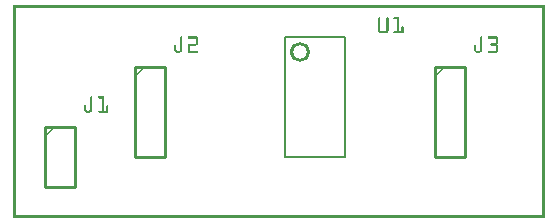
<source format=gto>
G04 MADE WITH FRITZING*
G04 WWW.FRITZING.ORG*
G04 DOUBLE SIDED*
G04 HOLES PLATED*
G04 CONTOUR ON CENTER OF CONTOUR VECTOR*
%ASAXBY*%
%FSLAX23Y23*%
%MOIN*%
%OFA0B0*%
%SFA1.0B1.0*%
%ADD10C,0.066567X0.046567*%
%ADD11C,0.010000*%
%ADD12C,0.008000*%
%ADD13R,0.001000X0.001000*%
%LNSILK1*%
G90*
G70*
G54D10*
X955Y555D03*
G54D11*
X105Y305D02*
X105Y105D01*
D02*
X105Y105D02*
X205Y105D01*
D02*
X205Y105D02*
X205Y305D01*
D02*
X205Y305D02*
X105Y305D01*
D02*
X1405Y505D02*
X1405Y205D01*
D02*
X1405Y205D02*
X1505Y205D01*
D02*
X1505Y205D02*
X1505Y505D01*
D02*
X1505Y505D02*
X1405Y505D01*
D02*
X405Y505D02*
X405Y205D01*
D02*
X405Y205D02*
X505Y205D01*
D02*
X505Y205D02*
X505Y505D01*
D02*
X505Y505D02*
X405Y505D01*
G54D12*
D02*
X1105Y605D02*
X1105Y205D01*
D02*
X1105Y605D02*
X945Y605D01*
D02*
X1105Y205D02*
X905Y205D01*
D02*
X905Y605D02*
X905Y205D01*
D02*
X905Y605D02*
X945Y605D01*
D02*
X945Y605D02*
X965Y605D01*
G54D13*
X0Y709D02*
X1770Y709D01*
X0Y708D02*
X1770Y708D01*
X0Y707D02*
X1770Y707D01*
X0Y706D02*
X1770Y706D01*
X0Y705D02*
X1770Y705D01*
X0Y704D02*
X1770Y704D01*
X0Y703D02*
X1770Y703D01*
X0Y702D02*
X1770Y702D01*
X0Y701D02*
X7Y701D01*
X1763Y701D02*
X1770Y701D01*
X0Y700D02*
X7Y700D01*
X1763Y700D02*
X1770Y700D01*
X0Y699D02*
X7Y699D01*
X1763Y699D02*
X1770Y699D01*
X0Y698D02*
X7Y698D01*
X1763Y698D02*
X1770Y698D01*
X0Y697D02*
X7Y697D01*
X1763Y697D02*
X1770Y697D01*
X0Y696D02*
X7Y696D01*
X1763Y696D02*
X1770Y696D01*
X0Y695D02*
X7Y695D01*
X1763Y695D02*
X1770Y695D01*
X0Y694D02*
X7Y694D01*
X1763Y694D02*
X1770Y694D01*
X0Y693D02*
X7Y693D01*
X1763Y693D02*
X1770Y693D01*
X0Y692D02*
X7Y692D01*
X1763Y692D02*
X1770Y692D01*
X0Y691D02*
X7Y691D01*
X1763Y691D02*
X1770Y691D01*
X0Y690D02*
X7Y690D01*
X1763Y690D02*
X1770Y690D01*
X0Y689D02*
X7Y689D01*
X1763Y689D02*
X1770Y689D01*
X0Y688D02*
X7Y688D01*
X1763Y688D02*
X1770Y688D01*
X0Y687D02*
X7Y687D01*
X1763Y687D02*
X1770Y687D01*
X0Y686D02*
X7Y686D01*
X1763Y686D02*
X1770Y686D01*
X0Y685D02*
X7Y685D01*
X1763Y685D02*
X1770Y685D01*
X0Y684D02*
X7Y684D01*
X1763Y684D02*
X1770Y684D01*
X0Y683D02*
X7Y683D01*
X1763Y683D02*
X1770Y683D01*
X0Y682D02*
X7Y682D01*
X1763Y682D02*
X1770Y682D01*
X0Y681D02*
X7Y681D01*
X1763Y681D02*
X1770Y681D01*
X0Y680D02*
X7Y680D01*
X1763Y680D02*
X1770Y680D01*
X0Y679D02*
X7Y679D01*
X1763Y679D02*
X1770Y679D01*
X0Y678D02*
X7Y678D01*
X1763Y678D02*
X1770Y678D01*
X0Y677D02*
X7Y677D01*
X1763Y677D02*
X1770Y677D01*
X0Y676D02*
X7Y676D01*
X1763Y676D02*
X1770Y676D01*
X0Y675D02*
X7Y675D01*
X1763Y675D02*
X1770Y675D01*
X0Y674D02*
X7Y674D01*
X1763Y674D02*
X1770Y674D01*
X0Y673D02*
X7Y673D01*
X1763Y673D02*
X1770Y673D01*
X0Y672D02*
X7Y672D01*
X1763Y672D02*
X1770Y672D01*
X0Y671D02*
X7Y671D01*
X1763Y671D02*
X1770Y671D01*
X0Y670D02*
X7Y670D01*
X1763Y670D02*
X1770Y670D01*
X0Y669D02*
X7Y669D01*
X1218Y669D02*
X1220Y669D01*
X1246Y669D02*
X1248Y669D01*
X1268Y669D02*
X1286Y669D01*
X1763Y669D02*
X1770Y669D01*
X0Y668D02*
X7Y668D01*
X1217Y668D02*
X1222Y668D01*
X1245Y668D02*
X1249Y668D01*
X1267Y668D02*
X1286Y668D01*
X1763Y668D02*
X1770Y668D01*
X0Y667D02*
X7Y667D01*
X1217Y667D02*
X1222Y667D01*
X1244Y667D02*
X1250Y667D01*
X1267Y667D02*
X1286Y667D01*
X1763Y667D02*
X1770Y667D01*
X0Y666D02*
X7Y666D01*
X1216Y666D02*
X1222Y666D01*
X1244Y666D02*
X1250Y666D01*
X1266Y666D02*
X1286Y666D01*
X1763Y666D02*
X1770Y666D01*
X0Y665D02*
X7Y665D01*
X1216Y665D02*
X1222Y665D01*
X1244Y665D02*
X1250Y665D01*
X1267Y665D02*
X1286Y665D01*
X1763Y665D02*
X1770Y665D01*
X0Y664D02*
X7Y664D01*
X1216Y664D02*
X1222Y664D01*
X1244Y664D02*
X1250Y664D01*
X1267Y664D02*
X1286Y664D01*
X1763Y664D02*
X1770Y664D01*
X0Y663D02*
X7Y663D01*
X1216Y663D02*
X1222Y663D01*
X1244Y663D02*
X1250Y663D01*
X1268Y663D02*
X1286Y663D01*
X1763Y663D02*
X1770Y663D01*
X0Y662D02*
X7Y662D01*
X1216Y662D02*
X1222Y662D01*
X1244Y662D02*
X1250Y662D01*
X1280Y662D02*
X1286Y662D01*
X1763Y662D02*
X1770Y662D01*
X0Y661D02*
X7Y661D01*
X1216Y661D02*
X1222Y661D01*
X1244Y661D02*
X1250Y661D01*
X1280Y661D02*
X1286Y661D01*
X1763Y661D02*
X1770Y661D01*
X0Y660D02*
X7Y660D01*
X1216Y660D02*
X1222Y660D01*
X1244Y660D02*
X1250Y660D01*
X1280Y660D02*
X1286Y660D01*
X1763Y660D02*
X1770Y660D01*
X0Y659D02*
X7Y659D01*
X1216Y659D02*
X1222Y659D01*
X1244Y659D02*
X1250Y659D01*
X1280Y659D02*
X1286Y659D01*
X1763Y659D02*
X1770Y659D01*
X0Y658D02*
X7Y658D01*
X1216Y658D02*
X1222Y658D01*
X1244Y658D02*
X1250Y658D01*
X1280Y658D02*
X1286Y658D01*
X1763Y658D02*
X1770Y658D01*
X0Y657D02*
X7Y657D01*
X1216Y657D02*
X1222Y657D01*
X1244Y657D02*
X1250Y657D01*
X1280Y657D02*
X1286Y657D01*
X1763Y657D02*
X1770Y657D01*
X0Y656D02*
X7Y656D01*
X1216Y656D02*
X1222Y656D01*
X1244Y656D02*
X1250Y656D01*
X1280Y656D02*
X1286Y656D01*
X1763Y656D02*
X1770Y656D01*
X0Y655D02*
X7Y655D01*
X1216Y655D02*
X1222Y655D01*
X1244Y655D02*
X1250Y655D01*
X1280Y655D02*
X1286Y655D01*
X1763Y655D02*
X1770Y655D01*
X0Y654D02*
X7Y654D01*
X1216Y654D02*
X1222Y654D01*
X1244Y654D02*
X1250Y654D01*
X1280Y654D02*
X1286Y654D01*
X1763Y654D02*
X1770Y654D01*
X0Y653D02*
X7Y653D01*
X1216Y653D02*
X1222Y653D01*
X1244Y653D02*
X1250Y653D01*
X1280Y653D02*
X1286Y653D01*
X1763Y653D02*
X1770Y653D01*
X0Y652D02*
X7Y652D01*
X1216Y652D02*
X1222Y652D01*
X1244Y652D02*
X1250Y652D01*
X1280Y652D02*
X1286Y652D01*
X1763Y652D02*
X1770Y652D01*
X0Y651D02*
X7Y651D01*
X1216Y651D02*
X1222Y651D01*
X1244Y651D02*
X1250Y651D01*
X1280Y651D02*
X1286Y651D01*
X1763Y651D02*
X1770Y651D01*
X0Y650D02*
X7Y650D01*
X1216Y650D02*
X1222Y650D01*
X1244Y650D02*
X1250Y650D01*
X1280Y650D02*
X1286Y650D01*
X1763Y650D02*
X1770Y650D01*
X0Y649D02*
X7Y649D01*
X1216Y649D02*
X1222Y649D01*
X1244Y649D02*
X1250Y649D01*
X1280Y649D02*
X1286Y649D01*
X1763Y649D02*
X1770Y649D01*
X0Y648D02*
X7Y648D01*
X1216Y648D02*
X1222Y648D01*
X1244Y648D02*
X1250Y648D01*
X1280Y648D02*
X1286Y648D01*
X1763Y648D02*
X1770Y648D01*
X0Y647D02*
X7Y647D01*
X1216Y647D02*
X1222Y647D01*
X1244Y647D02*
X1250Y647D01*
X1280Y647D02*
X1286Y647D01*
X1763Y647D02*
X1770Y647D01*
X0Y646D02*
X7Y646D01*
X1216Y646D02*
X1222Y646D01*
X1244Y646D02*
X1250Y646D01*
X1280Y646D02*
X1286Y646D01*
X1763Y646D02*
X1770Y646D01*
X0Y645D02*
X7Y645D01*
X1216Y645D02*
X1222Y645D01*
X1244Y645D02*
X1250Y645D01*
X1280Y645D02*
X1286Y645D01*
X1763Y645D02*
X1770Y645D01*
X0Y644D02*
X7Y644D01*
X1216Y644D02*
X1222Y644D01*
X1244Y644D02*
X1250Y644D01*
X1280Y644D02*
X1286Y644D01*
X1763Y644D02*
X1770Y644D01*
X0Y643D02*
X7Y643D01*
X1216Y643D02*
X1222Y643D01*
X1244Y643D02*
X1250Y643D01*
X1280Y643D02*
X1286Y643D01*
X1763Y643D02*
X1770Y643D01*
X0Y642D02*
X7Y642D01*
X1216Y642D02*
X1222Y642D01*
X1244Y642D02*
X1250Y642D01*
X1280Y642D02*
X1286Y642D01*
X1763Y642D02*
X1770Y642D01*
X0Y641D02*
X7Y641D01*
X1216Y641D02*
X1222Y641D01*
X1244Y641D02*
X1250Y641D01*
X1280Y641D02*
X1286Y641D01*
X1763Y641D02*
X1770Y641D01*
X0Y640D02*
X7Y640D01*
X1216Y640D02*
X1222Y640D01*
X1244Y640D02*
X1250Y640D01*
X1280Y640D02*
X1286Y640D01*
X1763Y640D02*
X1770Y640D01*
X0Y639D02*
X7Y639D01*
X1216Y639D02*
X1222Y639D01*
X1244Y639D02*
X1250Y639D01*
X1280Y639D02*
X1286Y639D01*
X1295Y639D02*
X1299Y639D01*
X1763Y639D02*
X1770Y639D01*
X0Y638D02*
X7Y638D01*
X1216Y638D02*
X1222Y638D01*
X1244Y638D02*
X1250Y638D01*
X1280Y638D02*
X1286Y638D01*
X1294Y638D02*
X1300Y638D01*
X1763Y638D02*
X1770Y638D01*
X0Y637D02*
X7Y637D01*
X1216Y637D02*
X1222Y637D01*
X1244Y637D02*
X1250Y637D01*
X1280Y637D02*
X1286Y637D01*
X1294Y637D02*
X1300Y637D01*
X1763Y637D02*
X1770Y637D01*
X0Y636D02*
X7Y636D01*
X1216Y636D02*
X1222Y636D01*
X1244Y636D02*
X1250Y636D01*
X1280Y636D02*
X1286Y636D01*
X1294Y636D02*
X1300Y636D01*
X1763Y636D02*
X1770Y636D01*
X0Y635D02*
X7Y635D01*
X1216Y635D02*
X1222Y635D01*
X1244Y635D02*
X1250Y635D01*
X1280Y635D02*
X1286Y635D01*
X1294Y635D02*
X1300Y635D01*
X1763Y635D02*
X1770Y635D01*
X0Y634D02*
X7Y634D01*
X1216Y634D02*
X1222Y634D01*
X1244Y634D02*
X1250Y634D01*
X1280Y634D02*
X1286Y634D01*
X1294Y634D02*
X1300Y634D01*
X1763Y634D02*
X1770Y634D01*
X0Y633D02*
X7Y633D01*
X1216Y633D02*
X1222Y633D01*
X1244Y633D02*
X1250Y633D01*
X1280Y633D02*
X1286Y633D01*
X1294Y633D02*
X1300Y633D01*
X1763Y633D02*
X1770Y633D01*
X0Y632D02*
X7Y632D01*
X1216Y632D02*
X1222Y632D01*
X1244Y632D02*
X1250Y632D01*
X1280Y632D02*
X1286Y632D01*
X1294Y632D02*
X1300Y632D01*
X1763Y632D02*
X1770Y632D01*
X0Y631D02*
X7Y631D01*
X1216Y631D02*
X1222Y631D01*
X1244Y631D02*
X1250Y631D01*
X1280Y631D02*
X1286Y631D01*
X1294Y631D02*
X1300Y631D01*
X1763Y631D02*
X1770Y631D01*
X0Y630D02*
X7Y630D01*
X1216Y630D02*
X1222Y630D01*
X1244Y630D02*
X1250Y630D01*
X1280Y630D02*
X1286Y630D01*
X1294Y630D02*
X1300Y630D01*
X1763Y630D02*
X1770Y630D01*
X0Y629D02*
X7Y629D01*
X1216Y629D02*
X1222Y629D01*
X1244Y629D02*
X1250Y629D01*
X1280Y629D02*
X1286Y629D01*
X1294Y629D02*
X1300Y629D01*
X1763Y629D02*
X1770Y629D01*
X0Y628D02*
X7Y628D01*
X1216Y628D02*
X1222Y628D01*
X1244Y628D02*
X1250Y628D01*
X1280Y628D02*
X1286Y628D01*
X1294Y628D02*
X1300Y628D01*
X1763Y628D02*
X1770Y628D01*
X0Y627D02*
X7Y627D01*
X1216Y627D02*
X1222Y627D01*
X1244Y627D02*
X1250Y627D01*
X1280Y627D02*
X1286Y627D01*
X1294Y627D02*
X1300Y627D01*
X1763Y627D02*
X1770Y627D01*
X0Y626D02*
X7Y626D01*
X1216Y626D02*
X1222Y626D01*
X1244Y626D02*
X1250Y626D01*
X1280Y626D02*
X1286Y626D01*
X1294Y626D02*
X1300Y626D01*
X1763Y626D02*
X1770Y626D01*
X0Y625D02*
X7Y625D01*
X1216Y625D02*
X1223Y625D01*
X1244Y625D02*
X1250Y625D01*
X1280Y625D02*
X1286Y625D01*
X1294Y625D02*
X1300Y625D01*
X1763Y625D02*
X1770Y625D01*
X0Y624D02*
X7Y624D01*
X1217Y624D02*
X1223Y624D01*
X1243Y624D02*
X1250Y624D01*
X1280Y624D02*
X1286Y624D01*
X1294Y624D02*
X1300Y624D01*
X1763Y624D02*
X1770Y624D01*
X0Y623D02*
X7Y623D01*
X1217Y623D02*
X1224Y623D01*
X1242Y623D02*
X1250Y623D01*
X1280Y623D02*
X1286Y623D01*
X1294Y623D02*
X1300Y623D01*
X1763Y623D02*
X1770Y623D01*
X0Y622D02*
X7Y622D01*
X1217Y622D02*
X1249Y622D01*
X1268Y622D02*
X1300Y622D01*
X1763Y622D02*
X1770Y622D01*
X0Y621D02*
X7Y621D01*
X1218Y621D02*
X1249Y621D01*
X1267Y621D02*
X1300Y621D01*
X1763Y621D02*
X1770Y621D01*
X0Y620D02*
X7Y620D01*
X1218Y620D02*
X1248Y620D01*
X1267Y620D02*
X1300Y620D01*
X1763Y620D02*
X1770Y620D01*
X0Y619D02*
X7Y619D01*
X1219Y619D02*
X1247Y619D01*
X1266Y619D02*
X1300Y619D01*
X1763Y619D02*
X1770Y619D01*
X0Y618D02*
X7Y618D01*
X1220Y618D02*
X1246Y618D01*
X1266Y618D02*
X1300Y618D01*
X1763Y618D02*
X1770Y618D01*
X0Y617D02*
X7Y617D01*
X1221Y617D02*
X1245Y617D01*
X1267Y617D02*
X1299Y617D01*
X1763Y617D02*
X1770Y617D01*
X0Y616D02*
X7Y616D01*
X1223Y616D02*
X1243Y616D01*
X1268Y616D02*
X1298Y616D01*
X1763Y616D02*
X1770Y616D01*
X0Y615D02*
X7Y615D01*
X1763Y615D02*
X1770Y615D01*
X0Y614D02*
X7Y614D01*
X1763Y614D02*
X1770Y614D01*
X0Y613D02*
X7Y613D01*
X1763Y613D02*
X1770Y613D01*
X0Y612D02*
X7Y612D01*
X1763Y612D02*
X1770Y612D01*
X0Y611D02*
X7Y611D01*
X1763Y611D02*
X1770Y611D01*
X0Y610D02*
X7Y610D01*
X1763Y610D02*
X1770Y610D01*
X0Y609D02*
X7Y609D01*
X1763Y609D02*
X1770Y609D01*
X0Y608D02*
X7Y608D01*
X1763Y608D02*
X1770Y608D01*
X0Y607D02*
X7Y607D01*
X1763Y607D02*
X1770Y607D01*
X0Y606D02*
X7Y606D01*
X1763Y606D02*
X1770Y606D01*
X0Y605D02*
X7Y605D01*
X558Y605D02*
X561Y605D01*
X584Y605D02*
X612Y605D01*
X1558Y605D02*
X1561Y605D01*
X1584Y605D02*
X1611Y605D01*
X1763Y605D02*
X1770Y605D01*
X0Y604D02*
X7Y604D01*
X557Y604D02*
X562Y604D01*
X583Y604D02*
X613Y604D01*
X1557Y604D02*
X1562Y604D01*
X1583Y604D02*
X1613Y604D01*
X1763Y604D02*
X1770Y604D01*
X0Y603D02*
X7Y603D01*
X557Y603D02*
X563Y603D01*
X583Y603D02*
X614Y603D01*
X1557Y603D02*
X1562Y603D01*
X1582Y603D02*
X1614Y603D01*
X1763Y603D02*
X1770Y603D01*
X0Y602D02*
X7Y602D01*
X557Y602D02*
X563Y602D01*
X583Y602D02*
X615Y602D01*
X1556Y602D02*
X1562Y602D01*
X1582Y602D02*
X1615Y602D01*
X1763Y602D02*
X1770Y602D01*
X0Y601D02*
X7Y601D01*
X557Y601D02*
X563Y601D01*
X583Y601D02*
X616Y601D01*
X1556Y601D02*
X1562Y601D01*
X1582Y601D02*
X1615Y601D01*
X1763Y601D02*
X1770Y601D01*
X0Y600D02*
X7Y600D01*
X557Y600D02*
X563Y600D01*
X583Y600D02*
X616Y600D01*
X1556Y600D02*
X1562Y600D01*
X1583Y600D02*
X1616Y600D01*
X1763Y600D02*
X1770Y600D01*
X0Y599D02*
X7Y599D01*
X557Y599D02*
X563Y599D01*
X584Y599D02*
X616Y599D01*
X1556Y599D02*
X1562Y599D01*
X1584Y599D02*
X1616Y599D01*
X1763Y599D02*
X1770Y599D01*
X0Y598D02*
X7Y598D01*
X557Y598D02*
X563Y598D01*
X610Y598D02*
X616Y598D01*
X1556Y598D02*
X1562Y598D01*
X1610Y598D02*
X1616Y598D01*
X1763Y598D02*
X1770Y598D01*
X0Y597D02*
X7Y597D01*
X557Y597D02*
X563Y597D01*
X610Y597D02*
X616Y597D01*
X1556Y597D02*
X1562Y597D01*
X1610Y597D02*
X1616Y597D01*
X1763Y597D02*
X1770Y597D01*
X0Y596D02*
X7Y596D01*
X557Y596D02*
X563Y596D01*
X610Y596D02*
X616Y596D01*
X1556Y596D02*
X1562Y596D01*
X1610Y596D02*
X1616Y596D01*
X1763Y596D02*
X1770Y596D01*
X0Y595D02*
X7Y595D01*
X557Y595D02*
X563Y595D01*
X610Y595D02*
X616Y595D01*
X1556Y595D02*
X1562Y595D01*
X1610Y595D02*
X1616Y595D01*
X1763Y595D02*
X1770Y595D01*
X0Y594D02*
X7Y594D01*
X557Y594D02*
X563Y594D01*
X610Y594D02*
X616Y594D01*
X1556Y594D02*
X1562Y594D01*
X1610Y594D02*
X1616Y594D01*
X1763Y594D02*
X1770Y594D01*
X0Y593D02*
X7Y593D01*
X557Y593D02*
X563Y593D01*
X610Y593D02*
X616Y593D01*
X1556Y593D02*
X1562Y593D01*
X1610Y593D02*
X1616Y593D01*
X1763Y593D02*
X1770Y593D01*
X0Y592D02*
X7Y592D01*
X557Y592D02*
X563Y592D01*
X610Y592D02*
X616Y592D01*
X1556Y592D02*
X1562Y592D01*
X1610Y592D02*
X1616Y592D01*
X1763Y592D02*
X1770Y592D01*
X0Y591D02*
X7Y591D01*
X557Y591D02*
X563Y591D01*
X610Y591D02*
X616Y591D01*
X1556Y591D02*
X1562Y591D01*
X1610Y591D02*
X1616Y591D01*
X1763Y591D02*
X1770Y591D01*
X0Y590D02*
X7Y590D01*
X557Y590D02*
X563Y590D01*
X610Y590D02*
X616Y590D01*
X1556Y590D02*
X1562Y590D01*
X1610Y590D02*
X1616Y590D01*
X1763Y590D02*
X1770Y590D01*
X0Y589D02*
X7Y589D01*
X557Y589D02*
X563Y589D01*
X610Y589D02*
X616Y589D01*
X1556Y589D02*
X1562Y589D01*
X1610Y589D02*
X1616Y589D01*
X1763Y589D02*
X1770Y589D01*
X0Y588D02*
X7Y588D01*
X557Y588D02*
X563Y588D01*
X610Y588D02*
X616Y588D01*
X1556Y588D02*
X1562Y588D01*
X1610Y588D02*
X1616Y588D01*
X1763Y588D02*
X1770Y588D01*
X0Y587D02*
X7Y587D01*
X557Y587D02*
X563Y587D01*
X610Y587D02*
X616Y587D01*
X1556Y587D02*
X1562Y587D01*
X1610Y587D02*
X1616Y587D01*
X1763Y587D02*
X1770Y587D01*
X0Y586D02*
X7Y586D01*
X557Y586D02*
X563Y586D01*
X610Y586D02*
X616Y586D01*
X1556Y586D02*
X1562Y586D01*
X1610Y586D02*
X1616Y586D01*
X1763Y586D02*
X1770Y586D01*
X0Y585D02*
X7Y585D01*
X557Y585D02*
X563Y585D01*
X610Y585D02*
X616Y585D01*
X1556Y585D02*
X1562Y585D01*
X1610Y585D02*
X1616Y585D01*
X1763Y585D02*
X1770Y585D01*
X0Y584D02*
X7Y584D01*
X557Y584D02*
X563Y584D01*
X610Y584D02*
X616Y584D01*
X1556Y584D02*
X1562Y584D01*
X1609Y584D02*
X1616Y584D01*
X1763Y584D02*
X1770Y584D01*
X0Y583D02*
X7Y583D01*
X557Y583D02*
X563Y583D01*
X610Y583D02*
X616Y583D01*
X1556Y583D02*
X1562Y583D01*
X1609Y583D02*
X1615Y583D01*
X1763Y583D02*
X1770Y583D01*
X0Y582D02*
X7Y582D01*
X557Y582D02*
X563Y582D01*
X610Y582D02*
X616Y582D01*
X1556Y582D02*
X1562Y582D01*
X1593Y582D02*
X1615Y582D01*
X1763Y582D02*
X1770Y582D01*
X0Y581D02*
X7Y581D01*
X557Y581D02*
X563Y581D01*
X586Y581D02*
X616Y581D01*
X1556Y581D02*
X1562Y581D01*
X1590Y581D02*
X1615Y581D01*
X1763Y581D02*
X1770Y581D01*
X0Y580D02*
X7Y580D01*
X557Y580D02*
X563Y580D01*
X585Y580D02*
X616Y580D01*
X1556Y580D02*
X1562Y580D01*
X1589Y580D02*
X1614Y580D01*
X1763Y580D02*
X1770Y580D01*
X0Y579D02*
X7Y579D01*
X557Y579D02*
X563Y579D01*
X584Y579D02*
X615Y579D01*
X1556Y579D02*
X1562Y579D01*
X1589Y579D02*
X1613Y579D01*
X1763Y579D02*
X1770Y579D01*
X0Y578D02*
X7Y578D01*
X557Y578D02*
X563Y578D01*
X583Y578D02*
X615Y578D01*
X1556Y578D02*
X1562Y578D01*
X1589Y578D02*
X1613Y578D01*
X1763Y578D02*
X1770Y578D01*
X0Y577D02*
X7Y577D01*
X557Y577D02*
X563Y577D01*
X583Y577D02*
X614Y577D01*
X1556Y577D02*
X1562Y577D01*
X1589Y577D02*
X1614Y577D01*
X1763Y577D02*
X1770Y577D01*
X0Y576D02*
X7Y576D01*
X539Y576D02*
X539Y576D01*
X557Y576D02*
X563Y576D01*
X583Y576D02*
X613Y576D01*
X1539Y576D02*
X1539Y576D01*
X1556Y576D02*
X1562Y576D01*
X1590Y576D02*
X1615Y576D01*
X1763Y576D02*
X1770Y576D01*
X0Y575D02*
X7Y575D01*
X537Y575D02*
X541Y575D01*
X557Y575D02*
X563Y575D01*
X583Y575D02*
X609Y575D01*
X1537Y575D02*
X1541Y575D01*
X1556Y575D02*
X1562Y575D01*
X1593Y575D02*
X1615Y575D01*
X1763Y575D02*
X1770Y575D01*
X0Y574D02*
X7Y574D01*
X536Y574D02*
X542Y574D01*
X557Y574D02*
X563Y574D01*
X583Y574D02*
X589Y574D01*
X1536Y574D02*
X1541Y574D01*
X1556Y574D02*
X1562Y574D01*
X1609Y574D02*
X1615Y574D01*
X1763Y574D02*
X1770Y574D01*
X0Y573D02*
X7Y573D01*
X536Y573D02*
X542Y573D01*
X557Y573D02*
X563Y573D01*
X583Y573D02*
X589Y573D01*
X1536Y573D02*
X1542Y573D01*
X1556Y573D02*
X1562Y573D01*
X1609Y573D02*
X1616Y573D01*
X1763Y573D02*
X1770Y573D01*
X0Y572D02*
X7Y572D01*
X536Y572D02*
X542Y572D01*
X557Y572D02*
X563Y572D01*
X583Y572D02*
X589Y572D01*
X1536Y572D02*
X1542Y572D01*
X1556Y572D02*
X1562Y572D01*
X1610Y572D02*
X1616Y572D01*
X1763Y572D02*
X1770Y572D01*
X0Y571D02*
X7Y571D01*
X536Y571D02*
X542Y571D01*
X557Y571D02*
X563Y571D01*
X583Y571D02*
X589Y571D01*
X1536Y571D02*
X1542Y571D01*
X1556Y571D02*
X1562Y571D01*
X1610Y571D02*
X1616Y571D01*
X1763Y571D02*
X1770Y571D01*
X0Y570D02*
X7Y570D01*
X536Y570D02*
X542Y570D01*
X557Y570D02*
X563Y570D01*
X583Y570D02*
X589Y570D01*
X1536Y570D02*
X1542Y570D01*
X1556Y570D02*
X1562Y570D01*
X1610Y570D02*
X1616Y570D01*
X1763Y570D02*
X1770Y570D01*
X0Y569D02*
X7Y569D01*
X536Y569D02*
X542Y569D01*
X557Y569D02*
X563Y569D01*
X583Y569D02*
X589Y569D01*
X1536Y569D02*
X1542Y569D01*
X1556Y569D02*
X1562Y569D01*
X1610Y569D02*
X1616Y569D01*
X1763Y569D02*
X1770Y569D01*
X0Y568D02*
X7Y568D01*
X536Y568D02*
X542Y568D01*
X557Y568D02*
X563Y568D01*
X583Y568D02*
X589Y568D01*
X1536Y568D02*
X1542Y568D01*
X1556Y568D02*
X1562Y568D01*
X1610Y568D02*
X1616Y568D01*
X1763Y568D02*
X1770Y568D01*
X0Y567D02*
X7Y567D01*
X536Y567D02*
X542Y567D01*
X557Y567D02*
X563Y567D01*
X583Y567D02*
X589Y567D01*
X1536Y567D02*
X1542Y567D01*
X1556Y567D02*
X1562Y567D01*
X1610Y567D02*
X1616Y567D01*
X1763Y567D02*
X1770Y567D01*
X0Y566D02*
X7Y566D01*
X536Y566D02*
X542Y566D01*
X557Y566D02*
X563Y566D01*
X583Y566D02*
X589Y566D01*
X1536Y566D02*
X1542Y566D01*
X1556Y566D02*
X1562Y566D01*
X1610Y566D02*
X1616Y566D01*
X1763Y566D02*
X1770Y566D01*
X0Y565D02*
X7Y565D01*
X536Y565D02*
X542Y565D01*
X557Y565D02*
X563Y565D01*
X583Y565D02*
X589Y565D01*
X1536Y565D02*
X1542Y565D01*
X1556Y565D02*
X1562Y565D01*
X1610Y565D02*
X1616Y565D01*
X1763Y565D02*
X1770Y565D01*
X0Y564D02*
X7Y564D01*
X536Y564D02*
X542Y564D01*
X557Y564D02*
X563Y564D01*
X583Y564D02*
X589Y564D01*
X1536Y564D02*
X1542Y564D01*
X1556Y564D02*
X1562Y564D01*
X1610Y564D02*
X1616Y564D01*
X1763Y564D02*
X1770Y564D01*
X0Y563D02*
X7Y563D01*
X536Y563D02*
X542Y563D01*
X557Y563D02*
X563Y563D01*
X583Y563D02*
X589Y563D01*
X1536Y563D02*
X1542Y563D01*
X1556Y563D02*
X1562Y563D01*
X1610Y563D02*
X1616Y563D01*
X1763Y563D02*
X1770Y563D01*
X0Y562D02*
X7Y562D01*
X536Y562D02*
X542Y562D01*
X557Y562D02*
X563Y562D01*
X583Y562D02*
X589Y562D01*
X1536Y562D02*
X1542Y562D01*
X1556Y562D02*
X1562Y562D01*
X1610Y562D02*
X1616Y562D01*
X1763Y562D02*
X1770Y562D01*
X0Y561D02*
X7Y561D01*
X536Y561D02*
X542Y561D01*
X557Y561D02*
X563Y561D01*
X583Y561D02*
X589Y561D01*
X1536Y561D02*
X1542Y561D01*
X1556Y561D02*
X1562Y561D01*
X1610Y561D02*
X1616Y561D01*
X1763Y561D02*
X1770Y561D01*
X0Y560D02*
X7Y560D01*
X536Y560D02*
X543Y560D01*
X556Y560D02*
X563Y560D01*
X583Y560D02*
X589Y560D01*
X1536Y560D02*
X1542Y560D01*
X1556Y560D02*
X1562Y560D01*
X1610Y560D02*
X1616Y560D01*
X1763Y560D02*
X1770Y560D01*
X0Y559D02*
X7Y559D01*
X536Y559D02*
X544Y559D01*
X555Y559D02*
X562Y559D01*
X583Y559D02*
X589Y559D01*
X1536Y559D02*
X1543Y559D01*
X1555Y559D02*
X1562Y559D01*
X1610Y559D02*
X1616Y559D01*
X1763Y559D02*
X1770Y559D01*
X0Y558D02*
X7Y558D01*
X537Y558D02*
X562Y558D01*
X583Y558D02*
X614Y558D01*
X1536Y558D02*
X1562Y558D01*
X1584Y558D02*
X1616Y558D01*
X1763Y558D02*
X1770Y558D01*
X0Y557D02*
X7Y557D01*
X537Y557D02*
X561Y557D01*
X583Y557D02*
X615Y557D01*
X1537Y557D02*
X1561Y557D01*
X1583Y557D02*
X1616Y557D01*
X1763Y557D02*
X1770Y557D01*
X0Y556D02*
X7Y556D01*
X538Y556D02*
X561Y556D01*
X583Y556D02*
X616Y556D01*
X1538Y556D02*
X1560Y556D01*
X1582Y556D02*
X1615Y556D01*
X1763Y556D02*
X1770Y556D01*
X0Y555D02*
X7Y555D01*
X539Y555D02*
X560Y555D01*
X583Y555D02*
X616Y555D01*
X1538Y555D02*
X1560Y555D01*
X1582Y555D02*
X1615Y555D01*
X1763Y555D02*
X1770Y555D01*
X0Y554D02*
X7Y554D01*
X540Y554D02*
X559Y554D01*
X583Y554D02*
X616Y554D01*
X1539Y554D02*
X1559Y554D01*
X1582Y554D02*
X1614Y554D01*
X1763Y554D02*
X1770Y554D01*
X0Y553D02*
X7Y553D01*
X541Y553D02*
X558Y553D01*
X583Y553D02*
X616Y553D01*
X1541Y553D02*
X1557Y553D01*
X1583Y553D02*
X1613Y553D01*
X1763Y553D02*
X1770Y553D01*
X0Y552D02*
X7Y552D01*
X543Y552D02*
X556Y552D01*
X583Y552D02*
X614Y552D01*
X1543Y552D02*
X1555Y552D01*
X1584Y552D02*
X1612Y552D01*
X1763Y552D02*
X1770Y552D01*
X0Y551D02*
X7Y551D01*
X1763Y551D02*
X1770Y551D01*
X0Y550D02*
X7Y550D01*
X1763Y550D02*
X1770Y550D01*
X0Y549D02*
X7Y549D01*
X1763Y549D02*
X1770Y549D01*
X0Y548D02*
X7Y548D01*
X1763Y548D02*
X1770Y548D01*
X0Y547D02*
X7Y547D01*
X1763Y547D02*
X1770Y547D01*
X0Y546D02*
X7Y546D01*
X1763Y546D02*
X1770Y546D01*
X0Y545D02*
X7Y545D01*
X1763Y545D02*
X1770Y545D01*
X0Y544D02*
X7Y544D01*
X1763Y544D02*
X1770Y544D01*
X0Y543D02*
X7Y543D01*
X1763Y543D02*
X1770Y543D01*
X0Y542D02*
X7Y542D01*
X1763Y542D02*
X1770Y542D01*
X0Y541D02*
X7Y541D01*
X1763Y541D02*
X1770Y541D01*
X0Y540D02*
X7Y540D01*
X1763Y540D02*
X1770Y540D01*
X0Y539D02*
X7Y539D01*
X1763Y539D02*
X1770Y539D01*
X0Y538D02*
X7Y538D01*
X1763Y538D02*
X1770Y538D01*
X0Y537D02*
X7Y537D01*
X1763Y537D02*
X1770Y537D01*
X0Y536D02*
X7Y536D01*
X1763Y536D02*
X1770Y536D01*
X0Y535D02*
X7Y535D01*
X1763Y535D02*
X1770Y535D01*
X0Y534D02*
X7Y534D01*
X1763Y534D02*
X1770Y534D01*
X0Y533D02*
X7Y533D01*
X1763Y533D02*
X1770Y533D01*
X0Y532D02*
X7Y532D01*
X1763Y532D02*
X1770Y532D01*
X0Y531D02*
X7Y531D01*
X1763Y531D02*
X1770Y531D01*
X0Y530D02*
X7Y530D01*
X1763Y530D02*
X1770Y530D01*
X0Y529D02*
X7Y529D01*
X1763Y529D02*
X1770Y529D01*
X0Y528D02*
X7Y528D01*
X1763Y528D02*
X1770Y528D01*
X0Y527D02*
X7Y527D01*
X1763Y527D02*
X1770Y527D01*
X0Y526D02*
X7Y526D01*
X1763Y526D02*
X1770Y526D01*
X0Y525D02*
X7Y525D01*
X1763Y525D02*
X1770Y525D01*
X0Y524D02*
X7Y524D01*
X1763Y524D02*
X1770Y524D01*
X0Y523D02*
X7Y523D01*
X1763Y523D02*
X1770Y523D01*
X0Y522D02*
X7Y522D01*
X1763Y522D02*
X1770Y522D01*
X0Y521D02*
X7Y521D01*
X1763Y521D02*
X1770Y521D01*
X0Y520D02*
X7Y520D01*
X1763Y520D02*
X1770Y520D01*
X0Y519D02*
X7Y519D01*
X1763Y519D02*
X1770Y519D01*
X0Y518D02*
X7Y518D01*
X1763Y518D02*
X1770Y518D01*
X0Y517D02*
X7Y517D01*
X1763Y517D02*
X1770Y517D01*
X0Y516D02*
X7Y516D01*
X1763Y516D02*
X1770Y516D01*
X0Y515D02*
X7Y515D01*
X1763Y515D02*
X1770Y515D01*
X0Y514D02*
X7Y514D01*
X1763Y514D02*
X1770Y514D01*
X0Y513D02*
X7Y513D01*
X1763Y513D02*
X1770Y513D01*
X0Y512D02*
X7Y512D01*
X1763Y512D02*
X1770Y512D01*
X0Y511D02*
X7Y511D01*
X1763Y511D02*
X1770Y511D01*
X0Y510D02*
X7Y510D01*
X1763Y510D02*
X1770Y510D01*
X0Y509D02*
X7Y509D01*
X1763Y509D02*
X1770Y509D01*
X0Y508D02*
X7Y508D01*
X1763Y508D02*
X1770Y508D01*
X0Y507D02*
X7Y507D01*
X438Y507D02*
X438Y507D01*
X1437Y507D02*
X1437Y507D01*
X1763Y507D02*
X1770Y507D01*
X0Y506D02*
X7Y506D01*
X437Y506D02*
X439Y506D01*
X1436Y506D02*
X1438Y506D01*
X1763Y506D02*
X1770Y506D01*
X0Y505D02*
X7Y505D01*
X436Y505D02*
X440Y505D01*
X1435Y505D02*
X1439Y505D01*
X1763Y505D02*
X1770Y505D01*
X0Y504D02*
X7Y504D01*
X435Y504D02*
X440Y504D01*
X1434Y504D02*
X1440Y504D01*
X1763Y504D02*
X1770Y504D01*
X0Y503D02*
X7Y503D01*
X434Y503D02*
X440Y503D01*
X1433Y503D02*
X1439Y503D01*
X1763Y503D02*
X1770Y503D01*
X0Y502D02*
X7Y502D01*
X433Y502D02*
X439Y502D01*
X1432Y502D02*
X1438Y502D01*
X1763Y502D02*
X1770Y502D01*
X0Y501D02*
X7Y501D01*
X432Y501D02*
X438Y501D01*
X1431Y501D02*
X1437Y501D01*
X1763Y501D02*
X1770Y501D01*
X0Y500D02*
X7Y500D01*
X431Y500D02*
X437Y500D01*
X1430Y500D02*
X1436Y500D01*
X1763Y500D02*
X1770Y500D01*
X0Y499D02*
X7Y499D01*
X430Y499D02*
X436Y499D01*
X1429Y499D02*
X1435Y499D01*
X1763Y499D02*
X1770Y499D01*
X0Y498D02*
X7Y498D01*
X429Y498D02*
X435Y498D01*
X1428Y498D02*
X1434Y498D01*
X1763Y498D02*
X1770Y498D01*
X0Y497D02*
X7Y497D01*
X428Y497D02*
X434Y497D01*
X1427Y497D02*
X1433Y497D01*
X1763Y497D02*
X1770Y497D01*
X0Y496D02*
X7Y496D01*
X427Y496D02*
X433Y496D01*
X1426Y496D02*
X1432Y496D01*
X1763Y496D02*
X1770Y496D01*
X0Y495D02*
X7Y495D01*
X426Y495D02*
X432Y495D01*
X1425Y495D02*
X1431Y495D01*
X1763Y495D02*
X1770Y495D01*
X0Y494D02*
X7Y494D01*
X425Y494D02*
X431Y494D01*
X1424Y494D02*
X1430Y494D01*
X1763Y494D02*
X1770Y494D01*
X0Y493D02*
X7Y493D01*
X424Y493D02*
X430Y493D01*
X1423Y493D02*
X1429Y493D01*
X1763Y493D02*
X1770Y493D01*
X0Y492D02*
X7Y492D01*
X423Y492D02*
X429Y492D01*
X1422Y492D02*
X1428Y492D01*
X1763Y492D02*
X1770Y492D01*
X0Y491D02*
X7Y491D01*
X422Y491D02*
X428Y491D01*
X1421Y491D02*
X1427Y491D01*
X1763Y491D02*
X1770Y491D01*
X0Y490D02*
X7Y490D01*
X420Y490D02*
X426Y490D01*
X1420Y490D02*
X1426Y490D01*
X1763Y490D02*
X1770Y490D01*
X0Y489D02*
X7Y489D01*
X419Y489D02*
X425Y489D01*
X1419Y489D02*
X1425Y489D01*
X1763Y489D02*
X1770Y489D01*
X0Y488D02*
X7Y488D01*
X418Y488D02*
X424Y488D01*
X1418Y488D02*
X1424Y488D01*
X1763Y488D02*
X1770Y488D01*
X0Y487D02*
X7Y487D01*
X417Y487D02*
X423Y487D01*
X1417Y487D02*
X1422Y487D01*
X1763Y487D02*
X1770Y487D01*
X0Y486D02*
X7Y486D01*
X416Y486D02*
X422Y486D01*
X1416Y486D02*
X1422Y486D01*
X1763Y486D02*
X1770Y486D01*
X0Y485D02*
X7Y485D01*
X415Y485D02*
X421Y485D01*
X1415Y485D02*
X1421Y485D01*
X1763Y485D02*
X1770Y485D01*
X0Y484D02*
X7Y484D01*
X414Y484D02*
X420Y484D01*
X1414Y484D02*
X1420Y484D01*
X1763Y484D02*
X1770Y484D01*
X0Y483D02*
X7Y483D01*
X413Y483D02*
X419Y483D01*
X1413Y483D02*
X1419Y483D01*
X1763Y483D02*
X1770Y483D01*
X0Y482D02*
X7Y482D01*
X412Y482D02*
X419Y482D01*
X1412Y482D02*
X1418Y482D01*
X1763Y482D02*
X1770Y482D01*
X0Y481D02*
X7Y481D01*
X411Y481D02*
X418Y481D01*
X1411Y481D02*
X1417Y481D01*
X1763Y481D02*
X1770Y481D01*
X0Y480D02*
X7Y480D01*
X410Y480D02*
X417Y480D01*
X1410Y480D02*
X1416Y480D01*
X1763Y480D02*
X1770Y480D01*
X0Y479D02*
X7Y479D01*
X409Y479D02*
X416Y479D01*
X1409Y479D02*
X1415Y479D01*
X1763Y479D02*
X1770Y479D01*
X0Y478D02*
X7Y478D01*
X408Y478D02*
X415Y478D01*
X1408Y478D02*
X1414Y478D01*
X1763Y478D02*
X1770Y478D01*
X0Y477D02*
X7Y477D01*
X407Y477D02*
X414Y477D01*
X1407Y477D02*
X1413Y477D01*
X1763Y477D02*
X1770Y477D01*
X0Y476D02*
X7Y476D01*
X406Y476D02*
X413Y476D01*
X1406Y476D02*
X1412Y476D01*
X1763Y476D02*
X1770Y476D01*
X0Y475D02*
X7Y475D01*
X405Y475D02*
X412Y475D01*
X1405Y475D02*
X1411Y475D01*
X1763Y475D02*
X1770Y475D01*
X0Y474D02*
X7Y474D01*
X404Y474D02*
X411Y474D01*
X1404Y474D02*
X1410Y474D01*
X1763Y474D02*
X1770Y474D01*
X0Y473D02*
X7Y473D01*
X403Y473D02*
X410Y473D01*
X1403Y473D02*
X1409Y473D01*
X1763Y473D02*
X1770Y473D01*
X0Y472D02*
X7Y472D01*
X404Y472D02*
X409Y472D01*
X1403Y472D02*
X1408Y472D01*
X1763Y472D02*
X1770Y472D01*
X0Y471D02*
X7Y471D01*
X405Y471D02*
X408Y471D01*
X1404Y471D02*
X1407Y471D01*
X1763Y471D02*
X1770Y471D01*
X0Y470D02*
X7Y470D01*
X406Y470D02*
X407Y470D01*
X1405Y470D02*
X1406Y470D01*
X1763Y470D02*
X1770Y470D01*
X0Y469D02*
X7Y469D01*
X1763Y469D02*
X1770Y469D01*
X0Y468D02*
X7Y468D01*
X1763Y468D02*
X1770Y468D01*
X0Y467D02*
X7Y467D01*
X1763Y467D02*
X1770Y467D01*
X0Y466D02*
X7Y466D01*
X1763Y466D02*
X1770Y466D01*
X0Y465D02*
X7Y465D01*
X1763Y465D02*
X1770Y465D01*
X0Y464D02*
X7Y464D01*
X1763Y464D02*
X1770Y464D01*
X0Y463D02*
X7Y463D01*
X1763Y463D02*
X1770Y463D01*
X0Y462D02*
X7Y462D01*
X1763Y462D02*
X1770Y462D01*
X0Y461D02*
X7Y461D01*
X1763Y461D02*
X1770Y461D01*
X0Y460D02*
X7Y460D01*
X1763Y460D02*
X1770Y460D01*
X0Y459D02*
X7Y459D01*
X1763Y459D02*
X1770Y459D01*
X0Y458D02*
X7Y458D01*
X1763Y458D02*
X1770Y458D01*
X0Y457D02*
X7Y457D01*
X1763Y457D02*
X1770Y457D01*
X0Y456D02*
X7Y456D01*
X1763Y456D02*
X1770Y456D01*
X0Y455D02*
X7Y455D01*
X1763Y455D02*
X1770Y455D01*
X0Y454D02*
X7Y454D01*
X1763Y454D02*
X1770Y454D01*
X0Y453D02*
X7Y453D01*
X1763Y453D02*
X1770Y453D01*
X0Y452D02*
X7Y452D01*
X1763Y452D02*
X1770Y452D01*
X0Y451D02*
X7Y451D01*
X1763Y451D02*
X1770Y451D01*
X0Y450D02*
X7Y450D01*
X1763Y450D02*
X1770Y450D01*
X0Y449D02*
X7Y449D01*
X1763Y449D02*
X1770Y449D01*
X0Y448D02*
X7Y448D01*
X1763Y448D02*
X1770Y448D01*
X0Y447D02*
X7Y447D01*
X1763Y447D02*
X1770Y447D01*
X0Y446D02*
X7Y446D01*
X1763Y446D02*
X1770Y446D01*
X0Y445D02*
X7Y445D01*
X1763Y445D02*
X1770Y445D01*
X0Y444D02*
X7Y444D01*
X1763Y444D02*
X1770Y444D01*
X0Y443D02*
X7Y443D01*
X1763Y443D02*
X1770Y443D01*
X0Y442D02*
X7Y442D01*
X1763Y442D02*
X1770Y442D01*
X0Y441D02*
X7Y441D01*
X1763Y441D02*
X1770Y441D01*
X0Y440D02*
X7Y440D01*
X1763Y440D02*
X1770Y440D01*
X0Y439D02*
X7Y439D01*
X1763Y439D02*
X1770Y439D01*
X0Y438D02*
X7Y438D01*
X1763Y438D02*
X1770Y438D01*
X0Y437D02*
X7Y437D01*
X1763Y437D02*
X1770Y437D01*
X0Y436D02*
X7Y436D01*
X1763Y436D02*
X1770Y436D01*
X0Y435D02*
X7Y435D01*
X1763Y435D02*
X1770Y435D01*
X0Y434D02*
X7Y434D01*
X1763Y434D02*
X1770Y434D01*
X0Y433D02*
X7Y433D01*
X1763Y433D02*
X1770Y433D01*
X0Y432D02*
X7Y432D01*
X1763Y432D02*
X1770Y432D01*
X0Y431D02*
X7Y431D01*
X1763Y431D02*
X1770Y431D01*
X0Y430D02*
X7Y430D01*
X1763Y430D02*
X1770Y430D01*
X0Y429D02*
X7Y429D01*
X1763Y429D02*
X1770Y429D01*
X0Y428D02*
X7Y428D01*
X1763Y428D02*
X1770Y428D01*
X0Y427D02*
X7Y427D01*
X1763Y427D02*
X1770Y427D01*
X0Y426D02*
X7Y426D01*
X1763Y426D02*
X1770Y426D01*
X0Y425D02*
X7Y425D01*
X1763Y425D02*
X1770Y425D01*
X0Y424D02*
X7Y424D01*
X1763Y424D02*
X1770Y424D01*
X0Y423D02*
X7Y423D01*
X1763Y423D02*
X1770Y423D01*
X0Y422D02*
X7Y422D01*
X1763Y422D02*
X1770Y422D01*
X0Y421D02*
X7Y421D01*
X1763Y421D02*
X1770Y421D01*
X0Y420D02*
X7Y420D01*
X1763Y420D02*
X1770Y420D01*
X0Y419D02*
X7Y419D01*
X1763Y419D02*
X1770Y419D01*
X0Y418D02*
X7Y418D01*
X1763Y418D02*
X1770Y418D01*
X0Y417D02*
X7Y417D01*
X1763Y417D02*
X1770Y417D01*
X0Y416D02*
X7Y416D01*
X1763Y416D02*
X1770Y416D01*
X0Y415D02*
X7Y415D01*
X1763Y415D02*
X1770Y415D01*
X0Y414D02*
X7Y414D01*
X1763Y414D02*
X1770Y414D01*
X0Y413D02*
X7Y413D01*
X1763Y413D02*
X1770Y413D01*
X0Y412D02*
X7Y412D01*
X1763Y412D02*
X1770Y412D01*
X0Y411D02*
X7Y411D01*
X1763Y411D02*
X1770Y411D01*
X0Y410D02*
X7Y410D01*
X1763Y410D02*
X1770Y410D01*
X0Y409D02*
X7Y409D01*
X1763Y409D02*
X1770Y409D01*
X0Y408D02*
X7Y408D01*
X1763Y408D02*
X1770Y408D01*
X0Y407D02*
X7Y407D01*
X1763Y407D02*
X1770Y407D01*
X0Y406D02*
X7Y406D01*
X1763Y406D02*
X1770Y406D01*
X0Y405D02*
X7Y405D01*
X258Y405D02*
X261Y405D01*
X284Y405D02*
X302Y405D01*
X1763Y405D02*
X1770Y405D01*
X0Y404D02*
X7Y404D01*
X257Y404D02*
X262Y404D01*
X283Y404D02*
X302Y404D01*
X1763Y404D02*
X1770Y404D01*
X0Y403D02*
X7Y403D01*
X257Y403D02*
X263Y403D01*
X283Y403D02*
X302Y403D01*
X1763Y403D02*
X1770Y403D01*
X0Y402D02*
X7Y402D01*
X257Y402D02*
X263Y402D01*
X283Y402D02*
X302Y402D01*
X1763Y402D02*
X1770Y402D01*
X0Y401D02*
X7Y401D01*
X257Y401D02*
X263Y401D01*
X283Y401D02*
X302Y401D01*
X1763Y401D02*
X1770Y401D01*
X0Y400D02*
X7Y400D01*
X257Y400D02*
X263Y400D01*
X284Y400D02*
X302Y400D01*
X1763Y400D02*
X1770Y400D01*
X0Y399D02*
X7Y399D01*
X257Y399D02*
X263Y399D01*
X285Y399D02*
X302Y399D01*
X1763Y399D02*
X1770Y399D01*
X0Y398D02*
X7Y398D01*
X257Y398D02*
X263Y398D01*
X296Y398D02*
X302Y398D01*
X1763Y398D02*
X1770Y398D01*
X0Y397D02*
X7Y397D01*
X257Y397D02*
X263Y397D01*
X296Y397D02*
X302Y397D01*
X1763Y397D02*
X1770Y397D01*
X0Y396D02*
X7Y396D01*
X257Y396D02*
X263Y396D01*
X296Y396D02*
X302Y396D01*
X1763Y396D02*
X1770Y396D01*
X0Y395D02*
X7Y395D01*
X257Y395D02*
X263Y395D01*
X296Y395D02*
X302Y395D01*
X1763Y395D02*
X1770Y395D01*
X0Y394D02*
X7Y394D01*
X257Y394D02*
X263Y394D01*
X296Y394D02*
X302Y394D01*
X1763Y394D02*
X1770Y394D01*
X0Y393D02*
X7Y393D01*
X257Y393D02*
X263Y393D01*
X296Y393D02*
X302Y393D01*
X1763Y393D02*
X1770Y393D01*
X0Y392D02*
X7Y392D01*
X257Y392D02*
X263Y392D01*
X296Y392D02*
X302Y392D01*
X1763Y392D02*
X1770Y392D01*
X0Y391D02*
X7Y391D01*
X257Y391D02*
X263Y391D01*
X296Y391D02*
X302Y391D01*
X1763Y391D02*
X1770Y391D01*
X0Y390D02*
X7Y390D01*
X257Y390D02*
X263Y390D01*
X296Y390D02*
X302Y390D01*
X1763Y390D02*
X1770Y390D01*
X0Y389D02*
X7Y389D01*
X257Y389D02*
X263Y389D01*
X296Y389D02*
X302Y389D01*
X1763Y389D02*
X1770Y389D01*
X0Y388D02*
X7Y388D01*
X257Y388D02*
X263Y388D01*
X296Y388D02*
X302Y388D01*
X1763Y388D02*
X1770Y388D01*
X0Y387D02*
X7Y387D01*
X257Y387D02*
X263Y387D01*
X296Y387D02*
X302Y387D01*
X1763Y387D02*
X1770Y387D01*
X0Y386D02*
X7Y386D01*
X257Y386D02*
X263Y386D01*
X296Y386D02*
X302Y386D01*
X1763Y386D02*
X1770Y386D01*
X0Y385D02*
X7Y385D01*
X257Y385D02*
X263Y385D01*
X296Y385D02*
X302Y385D01*
X1763Y385D02*
X1770Y385D01*
X0Y384D02*
X7Y384D01*
X257Y384D02*
X263Y384D01*
X296Y384D02*
X302Y384D01*
X1763Y384D02*
X1770Y384D01*
X0Y383D02*
X7Y383D01*
X257Y383D02*
X263Y383D01*
X296Y383D02*
X302Y383D01*
X1763Y383D02*
X1770Y383D01*
X0Y382D02*
X7Y382D01*
X257Y382D02*
X263Y382D01*
X296Y382D02*
X302Y382D01*
X1763Y382D02*
X1770Y382D01*
X0Y381D02*
X7Y381D01*
X257Y381D02*
X263Y381D01*
X296Y381D02*
X302Y381D01*
X1763Y381D02*
X1770Y381D01*
X0Y380D02*
X7Y380D01*
X257Y380D02*
X263Y380D01*
X296Y380D02*
X302Y380D01*
X1763Y380D02*
X1770Y380D01*
X0Y379D02*
X7Y379D01*
X257Y379D02*
X263Y379D01*
X296Y379D02*
X302Y379D01*
X1763Y379D02*
X1770Y379D01*
X0Y378D02*
X7Y378D01*
X257Y378D02*
X263Y378D01*
X296Y378D02*
X302Y378D01*
X1763Y378D02*
X1770Y378D01*
X0Y377D02*
X7Y377D01*
X257Y377D02*
X263Y377D01*
X296Y377D02*
X302Y377D01*
X1763Y377D02*
X1770Y377D01*
X0Y376D02*
X7Y376D01*
X238Y376D02*
X240Y376D01*
X257Y376D02*
X263Y376D01*
X296Y376D02*
X302Y376D01*
X312Y376D02*
X314Y376D01*
X1763Y376D02*
X1770Y376D01*
X0Y375D02*
X7Y375D01*
X237Y375D02*
X241Y375D01*
X257Y375D02*
X263Y375D01*
X296Y375D02*
X302Y375D01*
X311Y375D02*
X315Y375D01*
X1763Y375D02*
X1770Y375D01*
X0Y374D02*
X7Y374D01*
X236Y374D02*
X242Y374D01*
X257Y374D02*
X263Y374D01*
X296Y374D02*
X302Y374D01*
X310Y374D02*
X316Y374D01*
X1763Y374D02*
X1770Y374D01*
X0Y373D02*
X7Y373D01*
X236Y373D02*
X242Y373D01*
X257Y373D02*
X263Y373D01*
X296Y373D02*
X302Y373D01*
X310Y373D02*
X316Y373D01*
X1763Y373D02*
X1770Y373D01*
X0Y372D02*
X7Y372D01*
X236Y372D02*
X242Y372D01*
X257Y372D02*
X263Y372D01*
X296Y372D02*
X302Y372D01*
X310Y372D02*
X316Y372D01*
X1763Y372D02*
X1770Y372D01*
X0Y371D02*
X7Y371D01*
X236Y371D02*
X242Y371D01*
X257Y371D02*
X263Y371D01*
X296Y371D02*
X302Y371D01*
X310Y371D02*
X316Y371D01*
X1763Y371D02*
X1770Y371D01*
X0Y370D02*
X7Y370D01*
X236Y370D02*
X242Y370D01*
X257Y370D02*
X263Y370D01*
X296Y370D02*
X302Y370D01*
X310Y370D02*
X316Y370D01*
X1763Y370D02*
X1770Y370D01*
X0Y369D02*
X7Y369D01*
X236Y369D02*
X242Y369D01*
X257Y369D02*
X263Y369D01*
X296Y369D02*
X302Y369D01*
X310Y369D02*
X316Y369D01*
X1763Y369D02*
X1770Y369D01*
X0Y368D02*
X7Y368D01*
X236Y368D02*
X242Y368D01*
X257Y368D02*
X263Y368D01*
X296Y368D02*
X302Y368D01*
X310Y368D02*
X316Y368D01*
X1763Y368D02*
X1770Y368D01*
X0Y367D02*
X7Y367D01*
X236Y367D02*
X242Y367D01*
X257Y367D02*
X263Y367D01*
X296Y367D02*
X302Y367D01*
X310Y367D02*
X316Y367D01*
X1763Y367D02*
X1770Y367D01*
X0Y366D02*
X7Y366D01*
X236Y366D02*
X242Y366D01*
X257Y366D02*
X263Y366D01*
X296Y366D02*
X302Y366D01*
X310Y366D02*
X316Y366D01*
X1763Y366D02*
X1770Y366D01*
X0Y365D02*
X7Y365D01*
X236Y365D02*
X242Y365D01*
X257Y365D02*
X263Y365D01*
X296Y365D02*
X302Y365D01*
X310Y365D02*
X316Y365D01*
X1763Y365D02*
X1770Y365D01*
X0Y364D02*
X7Y364D01*
X236Y364D02*
X242Y364D01*
X257Y364D02*
X263Y364D01*
X296Y364D02*
X302Y364D01*
X310Y364D02*
X316Y364D01*
X1763Y364D02*
X1770Y364D01*
X0Y363D02*
X7Y363D01*
X236Y363D02*
X242Y363D01*
X257Y363D02*
X263Y363D01*
X296Y363D02*
X302Y363D01*
X310Y363D02*
X316Y363D01*
X1763Y363D02*
X1770Y363D01*
X0Y362D02*
X7Y362D01*
X236Y362D02*
X242Y362D01*
X257Y362D02*
X263Y362D01*
X296Y362D02*
X302Y362D01*
X310Y362D02*
X316Y362D01*
X1763Y362D02*
X1770Y362D01*
X0Y361D02*
X7Y361D01*
X236Y361D02*
X242Y361D01*
X256Y361D02*
X263Y361D01*
X296Y361D02*
X302Y361D01*
X310Y361D02*
X316Y361D01*
X1763Y361D02*
X1770Y361D01*
X0Y360D02*
X7Y360D01*
X236Y360D02*
X243Y360D01*
X256Y360D02*
X262Y360D01*
X296Y360D02*
X302Y360D01*
X310Y360D02*
X316Y360D01*
X1763Y360D02*
X1770Y360D01*
X0Y359D02*
X7Y359D01*
X236Y359D02*
X244Y359D01*
X254Y359D02*
X262Y359D01*
X296Y359D02*
X302Y359D01*
X310Y359D02*
X316Y359D01*
X1763Y359D02*
X1770Y359D01*
X0Y358D02*
X7Y358D01*
X237Y358D02*
X262Y358D01*
X284Y358D02*
X316Y358D01*
X1763Y358D02*
X1770Y358D01*
X0Y357D02*
X7Y357D01*
X237Y357D02*
X261Y357D01*
X283Y357D02*
X316Y357D01*
X1763Y357D02*
X1770Y357D01*
X0Y356D02*
X7Y356D01*
X238Y356D02*
X260Y356D01*
X283Y356D02*
X316Y356D01*
X1763Y356D02*
X1770Y356D01*
X0Y355D02*
X7Y355D01*
X239Y355D02*
X260Y355D01*
X283Y355D02*
X316Y355D01*
X1763Y355D02*
X1770Y355D01*
X0Y354D02*
X7Y354D01*
X240Y354D02*
X258Y354D01*
X283Y354D02*
X316Y354D01*
X1763Y354D02*
X1770Y354D01*
X0Y353D02*
X7Y353D01*
X242Y353D02*
X257Y353D01*
X283Y353D02*
X315Y353D01*
X1763Y353D02*
X1770Y353D01*
X0Y352D02*
X7Y352D01*
X244Y352D02*
X254Y352D01*
X285Y352D02*
X314Y352D01*
X1763Y352D02*
X1770Y352D01*
X0Y351D02*
X7Y351D01*
X1763Y351D02*
X1770Y351D01*
X0Y350D02*
X7Y350D01*
X1763Y350D02*
X1770Y350D01*
X0Y349D02*
X7Y349D01*
X1763Y349D02*
X1770Y349D01*
X0Y348D02*
X7Y348D01*
X1763Y348D02*
X1770Y348D01*
X0Y347D02*
X7Y347D01*
X1763Y347D02*
X1770Y347D01*
X0Y346D02*
X7Y346D01*
X1763Y346D02*
X1770Y346D01*
X0Y345D02*
X7Y345D01*
X1763Y345D02*
X1770Y345D01*
X0Y344D02*
X7Y344D01*
X1763Y344D02*
X1770Y344D01*
X0Y343D02*
X7Y343D01*
X1763Y343D02*
X1770Y343D01*
X0Y342D02*
X7Y342D01*
X1763Y342D02*
X1770Y342D01*
X0Y341D02*
X7Y341D01*
X1763Y341D02*
X1770Y341D01*
X0Y340D02*
X7Y340D01*
X1763Y340D02*
X1770Y340D01*
X0Y339D02*
X7Y339D01*
X1763Y339D02*
X1770Y339D01*
X0Y338D02*
X7Y338D01*
X1763Y338D02*
X1770Y338D01*
X0Y337D02*
X7Y337D01*
X1763Y337D02*
X1770Y337D01*
X0Y336D02*
X7Y336D01*
X1763Y336D02*
X1770Y336D01*
X0Y335D02*
X7Y335D01*
X1763Y335D02*
X1770Y335D01*
X0Y334D02*
X7Y334D01*
X1763Y334D02*
X1770Y334D01*
X0Y333D02*
X7Y333D01*
X1763Y333D02*
X1770Y333D01*
X0Y332D02*
X7Y332D01*
X1763Y332D02*
X1770Y332D01*
X0Y331D02*
X7Y331D01*
X1763Y331D02*
X1770Y331D01*
X0Y330D02*
X7Y330D01*
X1763Y330D02*
X1770Y330D01*
X0Y329D02*
X7Y329D01*
X1763Y329D02*
X1770Y329D01*
X0Y328D02*
X7Y328D01*
X1763Y328D02*
X1770Y328D01*
X0Y327D02*
X7Y327D01*
X1763Y327D02*
X1770Y327D01*
X0Y326D02*
X7Y326D01*
X1763Y326D02*
X1770Y326D01*
X0Y325D02*
X7Y325D01*
X1763Y325D02*
X1770Y325D01*
X0Y324D02*
X7Y324D01*
X1763Y324D02*
X1770Y324D01*
X0Y323D02*
X7Y323D01*
X1763Y323D02*
X1770Y323D01*
X0Y322D02*
X7Y322D01*
X1763Y322D02*
X1770Y322D01*
X0Y321D02*
X7Y321D01*
X1763Y321D02*
X1770Y321D01*
X0Y320D02*
X7Y320D01*
X1763Y320D02*
X1770Y320D01*
X0Y319D02*
X7Y319D01*
X1763Y319D02*
X1770Y319D01*
X0Y318D02*
X7Y318D01*
X1763Y318D02*
X1770Y318D01*
X0Y317D02*
X7Y317D01*
X1763Y317D02*
X1770Y317D01*
X0Y316D02*
X7Y316D01*
X1763Y316D02*
X1770Y316D01*
X0Y315D02*
X7Y315D01*
X1763Y315D02*
X1770Y315D01*
X0Y314D02*
X7Y314D01*
X1763Y314D02*
X1770Y314D01*
X0Y313D02*
X7Y313D01*
X1763Y313D02*
X1770Y313D01*
X0Y312D02*
X7Y312D01*
X1763Y312D02*
X1770Y312D01*
X0Y311D02*
X7Y311D01*
X1763Y311D02*
X1770Y311D01*
X0Y310D02*
X7Y310D01*
X1763Y310D02*
X1770Y310D01*
X0Y309D02*
X7Y309D01*
X1763Y309D02*
X1770Y309D01*
X0Y308D02*
X7Y308D01*
X1763Y308D02*
X1770Y308D01*
X0Y307D02*
X7Y307D01*
X137Y307D02*
X138Y307D01*
X1763Y307D02*
X1770Y307D01*
X0Y306D02*
X7Y306D01*
X136Y306D02*
X139Y306D01*
X1763Y306D02*
X1770Y306D01*
X0Y305D02*
X7Y305D01*
X135Y305D02*
X140Y305D01*
X1763Y305D02*
X1770Y305D01*
X0Y304D02*
X7Y304D01*
X134Y304D02*
X140Y304D01*
X1763Y304D02*
X1770Y304D01*
X0Y303D02*
X7Y303D01*
X133Y303D02*
X139Y303D01*
X1763Y303D02*
X1770Y303D01*
X0Y302D02*
X7Y302D01*
X132Y302D02*
X138Y302D01*
X1763Y302D02*
X1770Y302D01*
X0Y301D02*
X7Y301D01*
X131Y301D02*
X137Y301D01*
X1763Y301D02*
X1770Y301D01*
X0Y300D02*
X7Y300D01*
X130Y300D02*
X136Y300D01*
X1763Y300D02*
X1770Y300D01*
X0Y299D02*
X7Y299D01*
X129Y299D02*
X135Y299D01*
X1763Y299D02*
X1770Y299D01*
X0Y298D02*
X7Y298D01*
X128Y298D02*
X134Y298D01*
X1763Y298D02*
X1770Y298D01*
X0Y297D02*
X7Y297D01*
X127Y297D02*
X133Y297D01*
X1763Y297D02*
X1770Y297D01*
X0Y296D02*
X7Y296D01*
X126Y296D02*
X132Y296D01*
X1763Y296D02*
X1770Y296D01*
X0Y295D02*
X7Y295D01*
X125Y295D02*
X131Y295D01*
X1763Y295D02*
X1770Y295D01*
X0Y294D02*
X7Y294D01*
X124Y294D02*
X130Y294D01*
X1763Y294D02*
X1770Y294D01*
X0Y293D02*
X7Y293D01*
X123Y293D02*
X129Y293D01*
X1763Y293D02*
X1770Y293D01*
X0Y292D02*
X7Y292D01*
X122Y292D02*
X128Y292D01*
X1763Y292D02*
X1770Y292D01*
X0Y291D02*
X7Y291D01*
X121Y291D02*
X127Y291D01*
X1763Y291D02*
X1770Y291D01*
X0Y290D02*
X7Y290D01*
X120Y290D02*
X126Y290D01*
X1763Y290D02*
X1770Y290D01*
X0Y289D02*
X7Y289D01*
X119Y289D02*
X125Y289D01*
X1763Y289D02*
X1770Y289D01*
X0Y288D02*
X7Y288D01*
X118Y288D02*
X123Y288D01*
X1763Y288D02*
X1770Y288D01*
X0Y287D02*
X7Y287D01*
X117Y287D02*
X122Y287D01*
X1763Y287D02*
X1770Y287D01*
X0Y286D02*
X7Y286D01*
X116Y286D02*
X121Y286D01*
X1763Y286D02*
X1770Y286D01*
X0Y285D02*
X7Y285D01*
X115Y285D02*
X121Y285D01*
X1763Y285D02*
X1770Y285D01*
X0Y284D02*
X7Y284D01*
X114Y284D02*
X120Y284D01*
X1763Y284D02*
X1770Y284D01*
X0Y283D02*
X7Y283D01*
X113Y283D02*
X119Y283D01*
X1763Y283D02*
X1770Y283D01*
X0Y282D02*
X7Y282D01*
X112Y282D02*
X118Y282D01*
X1763Y282D02*
X1770Y282D01*
X0Y281D02*
X7Y281D01*
X111Y281D02*
X117Y281D01*
X1763Y281D02*
X1770Y281D01*
X0Y280D02*
X7Y280D01*
X110Y280D02*
X116Y280D01*
X1763Y280D02*
X1770Y280D01*
X0Y279D02*
X7Y279D01*
X109Y279D02*
X115Y279D01*
X1763Y279D02*
X1770Y279D01*
X0Y278D02*
X7Y278D01*
X108Y278D02*
X114Y278D01*
X1763Y278D02*
X1770Y278D01*
X0Y277D02*
X7Y277D01*
X107Y277D02*
X113Y277D01*
X1763Y277D02*
X1770Y277D01*
X0Y276D02*
X7Y276D01*
X106Y276D02*
X112Y276D01*
X1763Y276D02*
X1770Y276D01*
X0Y275D02*
X7Y275D01*
X105Y275D02*
X111Y275D01*
X1763Y275D02*
X1770Y275D01*
X0Y274D02*
X7Y274D01*
X104Y274D02*
X110Y274D01*
X1763Y274D02*
X1770Y274D01*
X0Y273D02*
X7Y273D01*
X103Y273D02*
X109Y273D01*
X1763Y273D02*
X1770Y273D01*
X0Y272D02*
X7Y272D01*
X104Y272D02*
X108Y272D01*
X1763Y272D02*
X1770Y272D01*
X0Y271D02*
X7Y271D01*
X105Y271D02*
X107Y271D01*
X1763Y271D02*
X1770Y271D01*
X0Y270D02*
X7Y270D01*
X106Y270D02*
X106Y270D01*
X1763Y270D02*
X1770Y270D01*
X0Y269D02*
X7Y269D01*
X1763Y269D02*
X1770Y269D01*
X0Y268D02*
X7Y268D01*
X1763Y268D02*
X1770Y268D01*
X0Y267D02*
X7Y267D01*
X1763Y267D02*
X1770Y267D01*
X0Y266D02*
X7Y266D01*
X1763Y266D02*
X1770Y266D01*
X0Y265D02*
X7Y265D01*
X1763Y265D02*
X1770Y265D01*
X0Y264D02*
X7Y264D01*
X1763Y264D02*
X1770Y264D01*
X0Y263D02*
X7Y263D01*
X1763Y263D02*
X1770Y263D01*
X0Y262D02*
X7Y262D01*
X1763Y262D02*
X1770Y262D01*
X0Y261D02*
X7Y261D01*
X1763Y261D02*
X1770Y261D01*
X0Y260D02*
X7Y260D01*
X1763Y260D02*
X1770Y260D01*
X0Y259D02*
X7Y259D01*
X1763Y259D02*
X1770Y259D01*
X0Y258D02*
X7Y258D01*
X1763Y258D02*
X1770Y258D01*
X0Y257D02*
X7Y257D01*
X1763Y257D02*
X1770Y257D01*
X0Y256D02*
X7Y256D01*
X1763Y256D02*
X1770Y256D01*
X0Y255D02*
X7Y255D01*
X1763Y255D02*
X1770Y255D01*
X0Y254D02*
X7Y254D01*
X1763Y254D02*
X1770Y254D01*
X0Y253D02*
X7Y253D01*
X1763Y253D02*
X1770Y253D01*
X0Y252D02*
X7Y252D01*
X1763Y252D02*
X1770Y252D01*
X0Y251D02*
X7Y251D01*
X1763Y251D02*
X1770Y251D01*
X0Y250D02*
X7Y250D01*
X1763Y250D02*
X1770Y250D01*
X0Y249D02*
X7Y249D01*
X1763Y249D02*
X1770Y249D01*
X0Y248D02*
X7Y248D01*
X1763Y248D02*
X1770Y248D01*
X0Y247D02*
X7Y247D01*
X1763Y247D02*
X1770Y247D01*
X0Y246D02*
X7Y246D01*
X1763Y246D02*
X1770Y246D01*
X0Y245D02*
X7Y245D01*
X1763Y245D02*
X1770Y245D01*
X0Y244D02*
X7Y244D01*
X1763Y244D02*
X1770Y244D01*
X0Y243D02*
X7Y243D01*
X1763Y243D02*
X1770Y243D01*
X0Y242D02*
X7Y242D01*
X1763Y242D02*
X1770Y242D01*
X0Y241D02*
X7Y241D01*
X1763Y241D02*
X1770Y241D01*
X0Y240D02*
X7Y240D01*
X1763Y240D02*
X1770Y240D01*
X0Y239D02*
X7Y239D01*
X1763Y239D02*
X1770Y239D01*
X0Y238D02*
X7Y238D01*
X1763Y238D02*
X1770Y238D01*
X0Y237D02*
X7Y237D01*
X1763Y237D02*
X1770Y237D01*
X0Y236D02*
X7Y236D01*
X1763Y236D02*
X1770Y236D01*
X0Y235D02*
X7Y235D01*
X1763Y235D02*
X1770Y235D01*
X0Y234D02*
X7Y234D01*
X1763Y234D02*
X1770Y234D01*
X0Y233D02*
X7Y233D01*
X1763Y233D02*
X1770Y233D01*
X0Y232D02*
X7Y232D01*
X1763Y232D02*
X1770Y232D01*
X0Y231D02*
X7Y231D01*
X1763Y231D02*
X1770Y231D01*
X0Y230D02*
X7Y230D01*
X1763Y230D02*
X1770Y230D01*
X0Y229D02*
X7Y229D01*
X1763Y229D02*
X1770Y229D01*
X0Y228D02*
X7Y228D01*
X1763Y228D02*
X1770Y228D01*
X0Y227D02*
X7Y227D01*
X1763Y227D02*
X1770Y227D01*
X0Y226D02*
X7Y226D01*
X1763Y226D02*
X1770Y226D01*
X0Y225D02*
X7Y225D01*
X1763Y225D02*
X1770Y225D01*
X0Y224D02*
X7Y224D01*
X1763Y224D02*
X1770Y224D01*
X0Y223D02*
X7Y223D01*
X1763Y223D02*
X1770Y223D01*
X0Y222D02*
X7Y222D01*
X1763Y222D02*
X1770Y222D01*
X0Y221D02*
X7Y221D01*
X1763Y221D02*
X1770Y221D01*
X0Y220D02*
X7Y220D01*
X1763Y220D02*
X1770Y220D01*
X0Y219D02*
X7Y219D01*
X1763Y219D02*
X1770Y219D01*
X0Y218D02*
X7Y218D01*
X1763Y218D02*
X1770Y218D01*
X0Y217D02*
X7Y217D01*
X1763Y217D02*
X1770Y217D01*
X0Y216D02*
X7Y216D01*
X1763Y216D02*
X1770Y216D01*
X0Y215D02*
X7Y215D01*
X1763Y215D02*
X1770Y215D01*
X0Y214D02*
X7Y214D01*
X1763Y214D02*
X1770Y214D01*
X0Y213D02*
X7Y213D01*
X1763Y213D02*
X1770Y213D01*
X0Y212D02*
X7Y212D01*
X1763Y212D02*
X1770Y212D01*
X0Y211D02*
X7Y211D01*
X1763Y211D02*
X1770Y211D01*
X0Y210D02*
X7Y210D01*
X1763Y210D02*
X1770Y210D01*
X0Y209D02*
X7Y209D01*
X1763Y209D02*
X1770Y209D01*
X0Y208D02*
X7Y208D01*
X1763Y208D02*
X1770Y208D01*
X0Y207D02*
X7Y207D01*
X1763Y207D02*
X1770Y207D01*
X0Y206D02*
X7Y206D01*
X1763Y206D02*
X1770Y206D01*
X0Y205D02*
X7Y205D01*
X1763Y205D02*
X1770Y205D01*
X0Y204D02*
X7Y204D01*
X1763Y204D02*
X1770Y204D01*
X0Y203D02*
X7Y203D01*
X1763Y203D02*
X1770Y203D01*
X0Y202D02*
X7Y202D01*
X1763Y202D02*
X1770Y202D01*
X0Y201D02*
X7Y201D01*
X1763Y201D02*
X1770Y201D01*
X0Y200D02*
X7Y200D01*
X1763Y200D02*
X1770Y200D01*
X0Y199D02*
X7Y199D01*
X1763Y199D02*
X1770Y199D01*
X0Y198D02*
X7Y198D01*
X1763Y198D02*
X1770Y198D01*
X0Y197D02*
X7Y197D01*
X1763Y197D02*
X1770Y197D01*
X0Y196D02*
X7Y196D01*
X1763Y196D02*
X1770Y196D01*
X0Y195D02*
X7Y195D01*
X1763Y195D02*
X1770Y195D01*
X0Y194D02*
X7Y194D01*
X1763Y194D02*
X1770Y194D01*
X0Y193D02*
X7Y193D01*
X1763Y193D02*
X1770Y193D01*
X0Y192D02*
X7Y192D01*
X1763Y192D02*
X1770Y192D01*
X0Y191D02*
X7Y191D01*
X1763Y191D02*
X1770Y191D01*
X0Y190D02*
X7Y190D01*
X1763Y190D02*
X1770Y190D01*
X0Y189D02*
X7Y189D01*
X1763Y189D02*
X1770Y189D01*
X0Y188D02*
X7Y188D01*
X1763Y188D02*
X1770Y188D01*
X0Y187D02*
X7Y187D01*
X1763Y187D02*
X1770Y187D01*
X0Y186D02*
X7Y186D01*
X1763Y186D02*
X1770Y186D01*
X0Y185D02*
X7Y185D01*
X1763Y185D02*
X1770Y185D01*
X0Y184D02*
X7Y184D01*
X1763Y184D02*
X1770Y184D01*
X0Y183D02*
X7Y183D01*
X1763Y183D02*
X1770Y183D01*
X0Y182D02*
X7Y182D01*
X1763Y182D02*
X1770Y182D01*
X0Y181D02*
X7Y181D01*
X1763Y181D02*
X1770Y181D01*
X0Y180D02*
X7Y180D01*
X1763Y180D02*
X1770Y180D01*
X0Y179D02*
X7Y179D01*
X1763Y179D02*
X1770Y179D01*
X0Y178D02*
X7Y178D01*
X1763Y178D02*
X1770Y178D01*
X0Y177D02*
X7Y177D01*
X1763Y177D02*
X1770Y177D01*
X0Y176D02*
X7Y176D01*
X1763Y176D02*
X1770Y176D01*
X0Y175D02*
X7Y175D01*
X1763Y175D02*
X1770Y175D01*
X0Y174D02*
X7Y174D01*
X1763Y174D02*
X1770Y174D01*
X0Y173D02*
X7Y173D01*
X1763Y173D02*
X1770Y173D01*
X0Y172D02*
X7Y172D01*
X1763Y172D02*
X1770Y172D01*
X0Y171D02*
X7Y171D01*
X1763Y171D02*
X1770Y171D01*
X0Y170D02*
X7Y170D01*
X1763Y170D02*
X1770Y170D01*
X0Y169D02*
X7Y169D01*
X1763Y169D02*
X1770Y169D01*
X0Y168D02*
X7Y168D01*
X1763Y168D02*
X1770Y168D01*
X0Y167D02*
X7Y167D01*
X1763Y167D02*
X1770Y167D01*
X0Y166D02*
X7Y166D01*
X1763Y166D02*
X1770Y166D01*
X0Y165D02*
X7Y165D01*
X1763Y165D02*
X1770Y165D01*
X0Y164D02*
X7Y164D01*
X1763Y164D02*
X1770Y164D01*
X0Y163D02*
X7Y163D01*
X1763Y163D02*
X1770Y163D01*
X0Y162D02*
X7Y162D01*
X1763Y162D02*
X1770Y162D01*
X0Y161D02*
X7Y161D01*
X1763Y161D02*
X1770Y161D01*
X0Y160D02*
X7Y160D01*
X1763Y160D02*
X1770Y160D01*
X0Y159D02*
X7Y159D01*
X1763Y159D02*
X1770Y159D01*
X0Y158D02*
X7Y158D01*
X1763Y158D02*
X1770Y158D01*
X0Y157D02*
X7Y157D01*
X1763Y157D02*
X1770Y157D01*
X0Y156D02*
X7Y156D01*
X1763Y156D02*
X1770Y156D01*
X0Y155D02*
X7Y155D01*
X1763Y155D02*
X1770Y155D01*
X0Y154D02*
X7Y154D01*
X1763Y154D02*
X1770Y154D01*
X0Y153D02*
X7Y153D01*
X1763Y153D02*
X1770Y153D01*
X0Y152D02*
X7Y152D01*
X1763Y152D02*
X1770Y152D01*
X0Y151D02*
X7Y151D01*
X1763Y151D02*
X1770Y151D01*
X0Y150D02*
X7Y150D01*
X1763Y150D02*
X1770Y150D01*
X0Y149D02*
X7Y149D01*
X1763Y149D02*
X1770Y149D01*
X0Y148D02*
X7Y148D01*
X1763Y148D02*
X1770Y148D01*
X0Y147D02*
X7Y147D01*
X1763Y147D02*
X1770Y147D01*
X0Y146D02*
X7Y146D01*
X1763Y146D02*
X1770Y146D01*
X0Y145D02*
X7Y145D01*
X1763Y145D02*
X1770Y145D01*
X0Y144D02*
X7Y144D01*
X1763Y144D02*
X1770Y144D01*
X0Y143D02*
X7Y143D01*
X1763Y143D02*
X1770Y143D01*
X0Y142D02*
X7Y142D01*
X1763Y142D02*
X1770Y142D01*
X0Y141D02*
X7Y141D01*
X1763Y141D02*
X1770Y141D01*
X0Y140D02*
X7Y140D01*
X1763Y140D02*
X1770Y140D01*
X0Y139D02*
X7Y139D01*
X1763Y139D02*
X1770Y139D01*
X0Y138D02*
X7Y138D01*
X1763Y138D02*
X1770Y138D01*
X0Y137D02*
X7Y137D01*
X1763Y137D02*
X1770Y137D01*
X0Y136D02*
X7Y136D01*
X1763Y136D02*
X1770Y136D01*
X0Y135D02*
X7Y135D01*
X1763Y135D02*
X1770Y135D01*
X0Y134D02*
X7Y134D01*
X1763Y134D02*
X1770Y134D01*
X0Y133D02*
X7Y133D01*
X1763Y133D02*
X1770Y133D01*
X0Y132D02*
X7Y132D01*
X1763Y132D02*
X1770Y132D01*
X0Y131D02*
X7Y131D01*
X1763Y131D02*
X1770Y131D01*
X0Y130D02*
X7Y130D01*
X1763Y130D02*
X1770Y130D01*
X0Y129D02*
X7Y129D01*
X1763Y129D02*
X1770Y129D01*
X0Y128D02*
X7Y128D01*
X1763Y128D02*
X1770Y128D01*
X0Y127D02*
X7Y127D01*
X1763Y127D02*
X1770Y127D01*
X0Y126D02*
X7Y126D01*
X1763Y126D02*
X1770Y126D01*
X0Y125D02*
X7Y125D01*
X1763Y125D02*
X1770Y125D01*
X0Y124D02*
X7Y124D01*
X1763Y124D02*
X1770Y124D01*
X0Y123D02*
X7Y123D01*
X1763Y123D02*
X1770Y123D01*
X0Y122D02*
X7Y122D01*
X1763Y122D02*
X1770Y122D01*
X0Y121D02*
X7Y121D01*
X1763Y121D02*
X1770Y121D01*
X0Y120D02*
X7Y120D01*
X1763Y120D02*
X1770Y120D01*
X0Y119D02*
X7Y119D01*
X1763Y119D02*
X1770Y119D01*
X0Y118D02*
X7Y118D01*
X1763Y118D02*
X1770Y118D01*
X0Y117D02*
X7Y117D01*
X1763Y117D02*
X1770Y117D01*
X0Y116D02*
X7Y116D01*
X1763Y116D02*
X1770Y116D01*
X0Y115D02*
X7Y115D01*
X1763Y115D02*
X1770Y115D01*
X0Y114D02*
X7Y114D01*
X1763Y114D02*
X1770Y114D01*
X0Y113D02*
X7Y113D01*
X1763Y113D02*
X1770Y113D01*
X0Y112D02*
X7Y112D01*
X1763Y112D02*
X1770Y112D01*
X0Y111D02*
X7Y111D01*
X1763Y111D02*
X1770Y111D01*
X0Y110D02*
X7Y110D01*
X1763Y110D02*
X1770Y110D01*
X0Y109D02*
X7Y109D01*
X1763Y109D02*
X1770Y109D01*
X0Y108D02*
X7Y108D01*
X1763Y108D02*
X1770Y108D01*
X0Y107D02*
X7Y107D01*
X1763Y107D02*
X1770Y107D01*
X0Y106D02*
X7Y106D01*
X1763Y106D02*
X1770Y106D01*
X0Y105D02*
X7Y105D01*
X1763Y105D02*
X1770Y105D01*
X0Y104D02*
X7Y104D01*
X1763Y104D02*
X1770Y104D01*
X0Y103D02*
X7Y103D01*
X1763Y103D02*
X1770Y103D01*
X0Y102D02*
X7Y102D01*
X1763Y102D02*
X1770Y102D01*
X0Y101D02*
X7Y101D01*
X1763Y101D02*
X1770Y101D01*
X0Y100D02*
X7Y100D01*
X1763Y100D02*
X1770Y100D01*
X0Y99D02*
X7Y99D01*
X1763Y99D02*
X1770Y99D01*
X0Y98D02*
X7Y98D01*
X1763Y98D02*
X1770Y98D01*
X0Y97D02*
X7Y97D01*
X1763Y97D02*
X1770Y97D01*
X0Y96D02*
X7Y96D01*
X1763Y96D02*
X1770Y96D01*
X0Y95D02*
X7Y95D01*
X1763Y95D02*
X1770Y95D01*
X0Y94D02*
X7Y94D01*
X1763Y94D02*
X1770Y94D01*
X0Y93D02*
X7Y93D01*
X1763Y93D02*
X1770Y93D01*
X0Y92D02*
X7Y92D01*
X1763Y92D02*
X1770Y92D01*
X0Y91D02*
X7Y91D01*
X1763Y91D02*
X1770Y91D01*
X0Y90D02*
X7Y90D01*
X1763Y90D02*
X1770Y90D01*
X0Y89D02*
X7Y89D01*
X1763Y89D02*
X1770Y89D01*
X0Y88D02*
X7Y88D01*
X1763Y88D02*
X1770Y88D01*
X0Y87D02*
X7Y87D01*
X1763Y87D02*
X1770Y87D01*
X0Y86D02*
X7Y86D01*
X1763Y86D02*
X1770Y86D01*
X0Y85D02*
X7Y85D01*
X1763Y85D02*
X1770Y85D01*
X0Y84D02*
X7Y84D01*
X1763Y84D02*
X1770Y84D01*
X0Y83D02*
X7Y83D01*
X1763Y83D02*
X1770Y83D01*
X0Y82D02*
X7Y82D01*
X1763Y82D02*
X1770Y82D01*
X0Y81D02*
X7Y81D01*
X1763Y81D02*
X1770Y81D01*
X0Y80D02*
X7Y80D01*
X1763Y80D02*
X1770Y80D01*
X0Y79D02*
X7Y79D01*
X1763Y79D02*
X1770Y79D01*
X0Y78D02*
X7Y78D01*
X1763Y78D02*
X1770Y78D01*
X0Y77D02*
X7Y77D01*
X1763Y77D02*
X1770Y77D01*
X0Y76D02*
X7Y76D01*
X1763Y76D02*
X1770Y76D01*
X0Y75D02*
X7Y75D01*
X1763Y75D02*
X1770Y75D01*
X0Y74D02*
X7Y74D01*
X1763Y74D02*
X1770Y74D01*
X0Y73D02*
X7Y73D01*
X1763Y73D02*
X1770Y73D01*
X0Y72D02*
X7Y72D01*
X1763Y72D02*
X1770Y72D01*
X0Y71D02*
X7Y71D01*
X1763Y71D02*
X1770Y71D01*
X0Y70D02*
X7Y70D01*
X1763Y70D02*
X1770Y70D01*
X0Y69D02*
X7Y69D01*
X1763Y69D02*
X1770Y69D01*
X0Y68D02*
X7Y68D01*
X1763Y68D02*
X1770Y68D01*
X0Y67D02*
X7Y67D01*
X1763Y67D02*
X1770Y67D01*
X0Y66D02*
X7Y66D01*
X1763Y66D02*
X1770Y66D01*
X0Y65D02*
X7Y65D01*
X1763Y65D02*
X1770Y65D01*
X0Y64D02*
X7Y64D01*
X1763Y64D02*
X1770Y64D01*
X0Y63D02*
X7Y63D01*
X1763Y63D02*
X1770Y63D01*
X0Y62D02*
X7Y62D01*
X1763Y62D02*
X1770Y62D01*
X0Y61D02*
X7Y61D01*
X1763Y61D02*
X1770Y61D01*
X0Y60D02*
X7Y60D01*
X1763Y60D02*
X1770Y60D01*
X0Y59D02*
X7Y59D01*
X1763Y59D02*
X1770Y59D01*
X0Y58D02*
X7Y58D01*
X1763Y58D02*
X1770Y58D01*
X0Y57D02*
X7Y57D01*
X1763Y57D02*
X1770Y57D01*
X0Y56D02*
X7Y56D01*
X1763Y56D02*
X1770Y56D01*
X0Y55D02*
X7Y55D01*
X1763Y55D02*
X1770Y55D01*
X0Y54D02*
X7Y54D01*
X1763Y54D02*
X1770Y54D01*
X0Y53D02*
X7Y53D01*
X1763Y53D02*
X1770Y53D01*
X0Y52D02*
X7Y52D01*
X1763Y52D02*
X1770Y52D01*
X0Y51D02*
X7Y51D01*
X1763Y51D02*
X1770Y51D01*
X0Y50D02*
X7Y50D01*
X1763Y50D02*
X1770Y50D01*
X0Y49D02*
X7Y49D01*
X1763Y49D02*
X1770Y49D01*
X0Y48D02*
X7Y48D01*
X1763Y48D02*
X1770Y48D01*
X0Y47D02*
X7Y47D01*
X1763Y47D02*
X1770Y47D01*
X0Y46D02*
X7Y46D01*
X1763Y46D02*
X1770Y46D01*
X0Y45D02*
X7Y45D01*
X1763Y45D02*
X1770Y45D01*
X0Y44D02*
X7Y44D01*
X1763Y44D02*
X1770Y44D01*
X0Y43D02*
X7Y43D01*
X1763Y43D02*
X1770Y43D01*
X0Y42D02*
X7Y42D01*
X1763Y42D02*
X1770Y42D01*
X0Y41D02*
X7Y41D01*
X1763Y41D02*
X1770Y41D01*
X0Y40D02*
X7Y40D01*
X1763Y40D02*
X1770Y40D01*
X0Y39D02*
X7Y39D01*
X1763Y39D02*
X1770Y39D01*
X0Y38D02*
X7Y38D01*
X1763Y38D02*
X1770Y38D01*
X0Y37D02*
X7Y37D01*
X1763Y37D02*
X1770Y37D01*
X0Y36D02*
X7Y36D01*
X1763Y36D02*
X1770Y36D01*
X0Y35D02*
X7Y35D01*
X1763Y35D02*
X1770Y35D01*
X0Y34D02*
X7Y34D01*
X1763Y34D02*
X1770Y34D01*
X0Y33D02*
X7Y33D01*
X1763Y33D02*
X1770Y33D01*
X0Y32D02*
X7Y32D01*
X1763Y32D02*
X1770Y32D01*
X0Y31D02*
X7Y31D01*
X1763Y31D02*
X1770Y31D01*
X0Y30D02*
X7Y30D01*
X1763Y30D02*
X1770Y30D01*
X0Y29D02*
X7Y29D01*
X1763Y29D02*
X1770Y29D01*
X0Y28D02*
X7Y28D01*
X1763Y28D02*
X1770Y28D01*
X0Y27D02*
X7Y27D01*
X1763Y27D02*
X1770Y27D01*
X0Y26D02*
X7Y26D01*
X1763Y26D02*
X1770Y26D01*
X0Y25D02*
X7Y25D01*
X1763Y25D02*
X1770Y25D01*
X0Y24D02*
X7Y24D01*
X1763Y24D02*
X1770Y24D01*
X0Y23D02*
X7Y23D01*
X1763Y23D02*
X1770Y23D01*
X0Y22D02*
X7Y22D01*
X1763Y22D02*
X1770Y22D01*
X0Y21D02*
X7Y21D01*
X1763Y21D02*
X1770Y21D01*
X0Y20D02*
X7Y20D01*
X1763Y20D02*
X1770Y20D01*
X0Y19D02*
X7Y19D01*
X1763Y19D02*
X1770Y19D01*
X0Y18D02*
X7Y18D01*
X1763Y18D02*
X1770Y18D01*
X0Y17D02*
X7Y17D01*
X1763Y17D02*
X1770Y17D01*
X0Y16D02*
X7Y16D01*
X1763Y16D02*
X1770Y16D01*
X0Y15D02*
X7Y15D01*
X1763Y15D02*
X1770Y15D01*
X0Y14D02*
X7Y14D01*
X1763Y14D02*
X1770Y14D01*
X0Y13D02*
X7Y13D01*
X1763Y13D02*
X1770Y13D01*
X0Y12D02*
X7Y12D01*
X1763Y12D02*
X1770Y12D01*
X0Y11D02*
X7Y11D01*
X1763Y11D02*
X1770Y11D01*
X0Y10D02*
X7Y10D01*
X1763Y10D02*
X1770Y10D01*
X0Y9D02*
X1770Y9D01*
X0Y8D02*
X1770Y8D01*
X0Y7D02*
X1770Y7D01*
X0Y6D02*
X1770Y6D01*
X0Y5D02*
X1770Y5D01*
X0Y4D02*
X1770Y4D01*
X0Y3D02*
X1770Y3D01*
X0Y2D02*
X1770Y2D01*
D02*
G04 End of Silk1*
M02*
</source>
